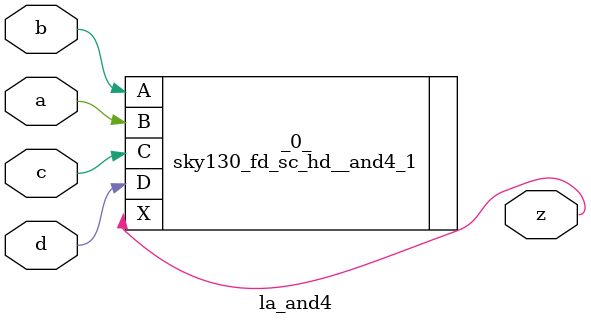
<source format=v>

/* Generated by Yosys 0.44 (git sha1 80ba43d26, g++ 11.4.0-1ubuntu1~22.04 -fPIC -O3) */

(* top =  1  *)
(* src = "inputs/la_and4.v:10.1-22.10" *)
module la_and4 (
    a,
    b,
    c,
    d,
    z
);
  (* src = "inputs/la_and4.v:13.12-13.13" *)
  input a;
  wire a;
  (* src = "inputs/la_and4.v:14.12-14.13" *)
  input b;
  wire b;
  (* src = "inputs/la_and4.v:15.12-15.13" *)
  input c;
  wire c;
  (* src = "inputs/la_and4.v:16.12-16.13" *)
  input d;
  wire d;
  (* src = "inputs/la_and4.v:17.12-17.13" *)
  output z;
  wire z;
  sky130_fd_sc_hd__and4_1 _0_ (
      .A(b),
      .B(a),
      .C(c),
      .D(d),
      .X(z)
  );
endmodule

</source>
